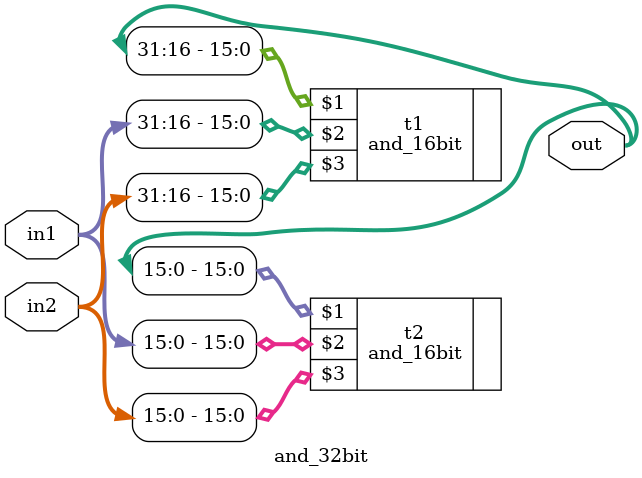
<source format=v>
module and_32bit(out,in1,in2);
input [31:0] in1, in2;
output [31:0] out;

and_16bit t1(out[31:16], in1[31:16], in2[31:16]);
and_16bit t2(out[15:0], in1[15:0], in2[15:0]);

endmodule
</source>
